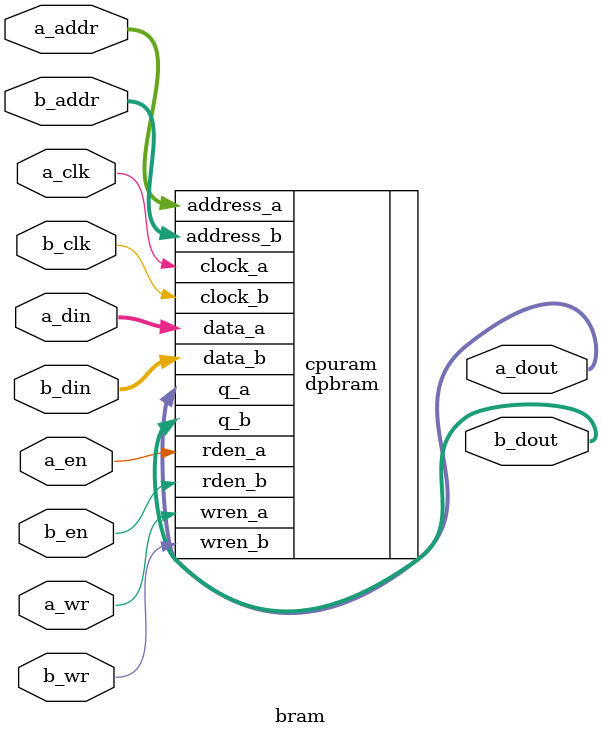
<source format=v>
`timescale 1ns / 1ps

module bram  # (
    parameter DATA=8,
    parameter ADDR=15
)(
    // Port A
    input   wire                a_clk,
    input   wire                a_en,
    input   wire                a_wr,
    input   wire    [ADDR-1:0]  a_addr,
    input   wire    [DATA-1:0]  a_din,
    output  wire    [DATA-1:0]  a_dout,
     
    // Port B
    input   wire                b_clk,
    input   wire                b_en,
    input   wire                b_wr,
    input   wire    [ADDR-1:0]  b_addr,
    input   wire    [DATA-1:0]  b_din,
    output  wire    [DATA-1:0]  b_dout


);


dpbram cpuram (
  .clock_a(a_clk), // input clka
  .rden_a(a_en), // input ena
  .wren_a(a_wr), // input [0 : 0] wea
  .address_a(a_addr), // input [14 : 0] addra
  .data_a(a_din), // input [7 : 0] dina
  .q_a(a_dout), // output [7 : 0] douta
  .clock_b(b_clk), // input clkb
  .rden_b(b_en), // input enb
  .wren_b(b_wr), // input [0 : 0] web
  .address_b(b_addr), // input [14 : 0] addrb
  .data_b(b_din), // input [7 : 0] dinb
  .q_b(b_dout) // output [7 : 0] doutb
);

endmodule
</source>
